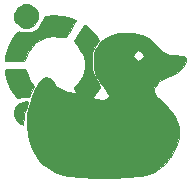
<source format=gbo>
%TF.GenerationSoftware,KiCad,Pcbnew,6.0.4-6f826c9f35~116~ubuntu18.04.1*%
%TF.CreationDate,2022-08-29T00:14:49+02:00*%
%TF.ProjectId,WS2815_D1Mini,57533238-3135-45f4-9431-4d696e692e6b,rev?*%
%TF.SameCoordinates,Original*%
%TF.FileFunction,Legend,Bot*%
%TF.FilePolarity,Positive*%
%FSLAX46Y46*%
G04 Gerber Fmt 4.6, Leading zero omitted, Abs format (unit mm)*
G04 Created by KiCad (PCBNEW 6.0.4-6f826c9f35~116~ubuntu18.04.1) date 2022-08-29 00:14:49*
%MOMM*%
%LPD*%
G01*
G04 APERTURE LIST*
%ADD10C,0.010000*%
G04 APERTURE END LIST*
%TO.C,LOGO2*%
G36*
X162763641Y-83736057D02*
G01*
X162851998Y-83778294D01*
X162910868Y-83841579D01*
X162960201Y-83926018D01*
X163000209Y-84131443D01*
X162932734Y-84361720D01*
X162754651Y-84632678D01*
X162663422Y-84738935D01*
X162305225Y-85050515D01*
X161854371Y-85320193D01*
X161335507Y-85532347D01*
X161193235Y-85582336D01*
X160841425Y-85752046D01*
X160584145Y-85964933D01*
X160398216Y-86238458D01*
X160371377Y-86293199D01*
X160292858Y-86519657D01*
X160291165Y-86725944D01*
X160374033Y-86933903D01*
X160549194Y-87165380D01*
X160824383Y-87442218D01*
X160931919Y-87543395D01*
X161292495Y-87893879D01*
X161572724Y-88189449D01*
X161788310Y-88448613D01*
X161954958Y-88689877D01*
X162088373Y-88931750D01*
X162135726Y-89030830D01*
X162301749Y-89451953D01*
X162394066Y-89856229D01*
X162410396Y-90261823D01*
X162348457Y-90686902D01*
X162205965Y-91149629D01*
X161980641Y-91668171D01*
X161670201Y-92260693D01*
X161646350Y-92301318D01*
X161459660Y-92552254D01*
X161196224Y-92834793D01*
X160883664Y-93121246D01*
X160549603Y-93383928D01*
X160466086Y-93442924D01*
X160271067Y-93565151D01*
X160079389Y-93651909D01*
X159847939Y-93720325D01*
X159533603Y-93787525D01*
X159492250Y-93795345D01*
X159172565Y-93845400D01*
X158779338Y-93893963D01*
X158358567Y-93935836D01*
X157956250Y-93965820D01*
X156843641Y-94014713D01*
X155325755Y-94021130D01*
X153892250Y-93952313D01*
X153858714Y-93949741D01*
X153362847Y-93907025D01*
X152963124Y-93858722D01*
X152630478Y-93796637D01*
X152335840Y-93712574D01*
X152050144Y-93598336D01*
X151744319Y-93445727D01*
X151389300Y-93246550D01*
X151219588Y-93146632D01*
X150970569Y-92986098D01*
X150781074Y-92834562D01*
X150615453Y-92661689D01*
X150438055Y-92437144D01*
X150349907Y-92316055D01*
X149997949Y-91734883D01*
X149743841Y-91118246D01*
X149579936Y-90443783D01*
X149498589Y-89689130D01*
X149485575Y-89390895D01*
X149486125Y-89124925D01*
X149507983Y-88891846D01*
X149556167Y-88641716D01*
X149635695Y-88324591D01*
X149704225Y-88068695D01*
X149877114Y-87464816D01*
X150039635Y-86966639D01*
X150197799Y-86559659D01*
X150357614Y-86229374D01*
X150525089Y-85961280D01*
X150706234Y-85740875D01*
X150720440Y-85726034D01*
X150911198Y-85579142D01*
X151112983Y-85540498D01*
X151363992Y-85602039D01*
X151387133Y-85611429D01*
X151554227Y-85707750D01*
X151717975Y-85839495D01*
X151842518Y-85974238D01*
X151892000Y-86079552D01*
X151922346Y-86168834D01*
X152058290Y-86310316D01*
X152286702Y-86460365D01*
X152589271Y-86607519D01*
X152947686Y-86740317D01*
X153093352Y-86785914D01*
X153370304Y-86861231D01*
X153545919Y-86884135D01*
X153631324Y-86852433D01*
X153637646Y-86763932D01*
X153576010Y-86616436D01*
X153471213Y-86413780D01*
X153765548Y-86099112D01*
X153900554Y-85938918D01*
X154087904Y-85672826D01*
X154230067Y-85421347D01*
X154237196Y-85406065D01*
X154321218Y-85203687D01*
X154370763Y-85013972D01*
X154394288Y-84790474D01*
X154400250Y-84486750D01*
X154400178Y-84442392D01*
X154392677Y-84153127D01*
X154366685Y-83937576D01*
X154313468Y-83748719D01*
X154224289Y-83539531D01*
X154126170Y-83354640D01*
X153948278Y-83074555D01*
X153763642Y-82830586D01*
X153478958Y-82497359D01*
X153900279Y-81793429D01*
X153925870Y-81750919D01*
X154088206Y-81492503D01*
X154231574Y-81282370D01*
X154341251Y-81141157D01*
X154402512Y-81089500D01*
X154466317Y-81117745D01*
X154603773Y-81222676D01*
X154783641Y-81384222D01*
X154983429Y-81580152D01*
X155180643Y-81788232D01*
X155352790Y-81986231D01*
X155477378Y-82151916D01*
X155653778Y-82420583D01*
X155449379Y-82653381D01*
X155319900Y-82811414D01*
X155154598Y-83075381D01*
X155049682Y-83361873D01*
X154994430Y-83704657D01*
X154978122Y-84137500D01*
X154979043Y-84257275D01*
X155010574Y-84721610D01*
X155097035Y-85124641D01*
X155252095Y-85514543D01*
X155489422Y-85939488D01*
X155719798Y-86312726D01*
X155606080Y-86510988D01*
X155561043Y-86584396D01*
X155428232Y-86777915D01*
X155279681Y-86973936D01*
X155197103Y-87079026D01*
X155103452Y-87206250D01*
X155067000Y-87268023D01*
X155068265Y-87272467D01*
X155139724Y-87310440D01*
X155293246Y-87354439D01*
X155490343Y-87396155D01*
X155692522Y-87427278D01*
X155861294Y-87439500D01*
X156016451Y-87427160D01*
X156243901Y-87356956D01*
X156402275Y-87239065D01*
X156463028Y-87090063D01*
X156453106Y-87061415D01*
X156383911Y-86943459D01*
X156263122Y-86764443D01*
X156107815Y-86550313D01*
X155915442Y-86290481D01*
X155721835Y-86016468D01*
X155580292Y-85792617D01*
X155475140Y-85591288D01*
X155390707Y-85384842D01*
X155311319Y-85145637D01*
X155203485Y-84669338D01*
X155164041Y-84155417D01*
X155198169Y-83693000D01*
X158496000Y-83693000D01*
X158496210Y-83700101D01*
X158544500Y-83837527D01*
X158651864Y-83981636D01*
X158660134Y-83989727D01*
X158805907Y-84094365D01*
X158940500Y-84137500D01*
X158947602Y-84137290D01*
X159085028Y-84089000D01*
X159229137Y-83981636D01*
X159237228Y-83973366D01*
X159341866Y-83827593D01*
X159385000Y-83693000D01*
X159384791Y-83685898D01*
X159336501Y-83548472D01*
X159229137Y-83404363D01*
X159220867Y-83396272D01*
X159075094Y-83291634D01*
X158940500Y-83248500D01*
X158933399Y-83248709D01*
X158795973Y-83296999D01*
X158651864Y-83404363D01*
X158643773Y-83412633D01*
X158539135Y-83558406D01*
X158496000Y-83693000D01*
X155198169Y-83693000D01*
X155200183Y-83665715D01*
X155311900Y-83239159D01*
X155499677Y-82875364D01*
X155822299Y-82489072D01*
X156235926Y-82172538D01*
X156726734Y-81935938D01*
X157280898Y-81789450D01*
X157613579Y-81758711D01*
X158021064Y-81758844D01*
X158454428Y-81786833D01*
X158865388Y-81839559D01*
X159205659Y-81913898D01*
X159343789Y-81966260D01*
X159616688Y-82112781D01*
X159905990Y-82307712D01*
X160169591Y-82521603D01*
X160365386Y-82725008D01*
X160486767Y-82863571D01*
X160756748Y-83116074D01*
X161064252Y-83355071D01*
X161359700Y-83539929D01*
X161535779Y-83604784D01*
X161812396Y-83652858D01*
X162196493Y-83681013D01*
X162390630Y-83690496D01*
X162421831Y-83693000D01*
X162618838Y-83708811D01*
X162763641Y-83736057D01*
G37*
D10*
X162763641Y-83736057D02*
X162851998Y-83778294D01*
X162910868Y-83841579D01*
X162960201Y-83926018D01*
X163000209Y-84131443D01*
X162932734Y-84361720D01*
X162754651Y-84632678D01*
X162663422Y-84738935D01*
X162305225Y-85050515D01*
X161854371Y-85320193D01*
X161335507Y-85532347D01*
X161193235Y-85582336D01*
X160841425Y-85752046D01*
X160584145Y-85964933D01*
X160398216Y-86238458D01*
X160371377Y-86293199D01*
X160292858Y-86519657D01*
X160291165Y-86725944D01*
X160374033Y-86933903D01*
X160549194Y-87165380D01*
X160824383Y-87442218D01*
X160931919Y-87543395D01*
X161292495Y-87893879D01*
X161572724Y-88189449D01*
X161788310Y-88448613D01*
X161954958Y-88689877D01*
X162088373Y-88931750D01*
X162135726Y-89030830D01*
X162301749Y-89451953D01*
X162394066Y-89856229D01*
X162410396Y-90261823D01*
X162348457Y-90686902D01*
X162205965Y-91149629D01*
X161980641Y-91668171D01*
X161670201Y-92260693D01*
X161646350Y-92301318D01*
X161459660Y-92552254D01*
X161196224Y-92834793D01*
X160883664Y-93121246D01*
X160549603Y-93383928D01*
X160466086Y-93442924D01*
X160271067Y-93565151D01*
X160079389Y-93651909D01*
X159847939Y-93720325D01*
X159533603Y-93787525D01*
X159492250Y-93795345D01*
X159172565Y-93845400D01*
X158779338Y-93893963D01*
X158358567Y-93935836D01*
X157956250Y-93965820D01*
X156843641Y-94014713D01*
X155325755Y-94021130D01*
X153892250Y-93952313D01*
X153858714Y-93949741D01*
X153362847Y-93907025D01*
X152963124Y-93858722D01*
X152630478Y-93796637D01*
X152335840Y-93712574D01*
X152050144Y-93598336D01*
X151744319Y-93445727D01*
X151389300Y-93246550D01*
X151219588Y-93146632D01*
X150970569Y-92986098D01*
X150781074Y-92834562D01*
X150615453Y-92661689D01*
X150438055Y-92437144D01*
X150349907Y-92316055D01*
X149997949Y-91734883D01*
X149743841Y-91118246D01*
X149579936Y-90443783D01*
X149498589Y-89689130D01*
X149485575Y-89390895D01*
X149486125Y-89124925D01*
X149507983Y-88891846D01*
X149556167Y-88641716D01*
X149635695Y-88324591D01*
X149704225Y-88068695D01*
X149877114Y-87464816D01*
X150039635Y-86966639D01*
X150197799Y-86559659D01*
X150357614Y-86229374D01*
X150525089Y-85961280D01*
X150706234Y-85740875D01*
X150720440Y-85726034D01*
X150911198Y-85579142D01*
X151112983Y-85540498D01*
X151363992Y-85602039D01*
X151387133Y-85611429D01*
X151554227Y-85707750D01*
X151717975Y-85839495D01*
X151842518Y-85974238D01*
X151892000Y-86079552D01*
X151922346Y-86168834D01*
X152058290Y-86310316D01*
X152286702Y-86460365D01*
X152589271Y-86607519D01*
X152947686Y-86740317D01*
X153093352Y-86785914D01*
X153370304Y-86861231D01*
X153545919Y-86884135D01*
X153631324Y-86852433D01*
X153637646Y-86763932D01*
X153576010Y-86616436D01*
X153471213Y-86413780D01*
X153765548Y-86099112D01*
X153900554Y-85938918D01*
X154087904Y-85672826D01*
X154230067Y-85421347D01*
X154237196Y-85406065D01*
X154321218Y-85203687D01*
X154370763Y-85013972D01*
X154394288Y-84790474D01*
X154400250Y-84486750D01*
X154400178Y-84442392D01*
X154392677Y-84153127D01*
X154366685Y-83937576D01*
X154313468Y-83748719D01*
X154224289Y-83539531D01*
X154126170Y-83354640D01*
X153948278Y-83074555D01*
X153763642Y-82830586D01*
X153478958Y-82497359D01*
X153900279Y-81793429D01*
X153925870Y-81750919D01*
X154088206Y-81492503D01*
X154231574Y-81282370D01*
X154341251Y-81141157D01*
X154402512Y-81089500D01*
X154466317Y-81117745D01*
X154603773Y-81222676D01*
X154783641Y-81384222D01*
X154983429Y-81580152D01*
X155180643Y-81788232D01*
X155352790Y-81986231D01*
X155477378Y-82151916D01*
X155653778Y-82420583D01*
X155449379Y-82653381D01*
X155319900Y-82811414D01*
X155154598Y-83075381D01*
X155049682Y-83361873D01*
X154994430Y-83704657D01*
X154978122Y-84137500D01*
X154979043Y-84257275D01*
X155010574Y-84721610D01*
X155097035Y-85124641D01*
X155252095Y-85514543D01*
X155489422Y-85939488D01*
X155719798Y-86312726D01*
X155606080Y-86510988D01*
X155561043Y-86584396D01*
X155428232Y-86777915D01*
X155279681Y-86973936D01*
X155197103Y-87079026D01*
X155103452Y-87206250D01*
X155067000Y-87268023D01*
X155068265Y-87272467D01*
X155139724Y-87310440D01*
X155293246Y-87354439D01*
X155490343Y-87396155D01*
X155692522Y-87427278D01*
X155861294Y-87439500D01*
X156016451Y-87427160D01*
X156243901Y-87356956D01*
X156402275Y-87239065D01*
X156463028Y-87090063D01*
X156453106Y-87061415D01*
X156383911Y-86943459D01*
X156263122Y-86764443D01*
X156107815Y-86550313D01*
X155915442Y-86290481D01*
X155721835Y-86016468D01*
X155580292Y-85792617D01*
X155475140Y-85591288D01*
X155390707Y-85384842D01*
X155311319Y-85145637D01*
X155203485Y-84669338D01*
X155164041Y-84155417D01*
X155198169Y-83693000D01*
X158496000Y-83693000D01*
X158496210Y-83700101D01*
X158544500Y-83837527D01*
X158651864Y-83981636D01*
X158660134Y-83989727D01*
X158805907Y-84094365D01*
X158940500Y-84137500D01*
X158947602Y-84137290D01*
X159085028Y-84089000D01*
X159229137Y-83981636D01*
X159237228Y-83973366D01*
X159341866Y-83827593D01*
X159385000Y-83693000D01*
X159384791Y-83685898D01*
X159336501Y-83548472D01*
X159229137Y-83404363D01*
X159220867Y-83396272D01*
X159075094Y-83291634D01*
X158940500Y-83248500D01*
X158933399Y-83248709D01*
X158795973Y-83296999D01*
X158651864Y-83404363D01*
X158643773Y-83412633D01*
X158539135Y-83558406D01*
X158496000Y-83693000D01*
X155198169Y-83693000D01*
X155200183Y-83665715D01*
X155311900Y-83239159D01*
X155499677Y-82875364D01*
X155822299Y-82489072D01*
X156235926Y-82172538D01*
X156726734Y-81935938D01*
X157280898Y-81789450D01*
X157613579Y-81758711D01*
X158021064Y-81758844D01*
X158454428Y-81786833D01*
X158865388Y-81839559D01*
X159205659Y-81913898D01*
X159343789Y-81966260D01*
X159616688Y-82112781D01*
X159905990Y-82307712D01*
X160169591Y-82521603D01*
X160365386Y-82725008D01*
X160486767Y-82863571D01*
X160756748Y-83116074D01*
X161064252Y-83355071D01*
X161359700Y-83539929D01*
X161535779Y-83604784D01*
X161812396Y-83652858D01*
X162196493Y-83681013D01*
X162390630Y-83690496D01*
X162421831Y-83693000D01*
X162618838Y-83708811D01*
X162763641Y-83736057D01*
G36*
X149564012Y-87586342D02*
G01*
X149641751Y-87634432D01*
X149616619Y-87708281D01*
X149584840Y-87749863D01*
X149542500Y-87883273D01*
X149539877Y-87909250D01*
X149497901Y-88048696D01*
X149420977Y-88222507D01*
X149361508Y-88379642D01*
X149297423Y-88661951D01*
X149254717Y-88997934D01*
X149245585Y-89095692D01*
X149215943Y-89320314D01*
X149182480Y-89476469D01*
X149150837Y-89535000D01*
X149084190Y-89523293D01*
X148914941Y-89442583D01*
X148736671Y-89312184D01*
X148597227Y-89164148D01*
X148544512Y-89081266D01*
X148436808Y-88776912D01*
X148433680Y-88460417D01*
X148524451Y-88157454D01*
X148698442Y-87893697D01*
X148944975Y-87694820D01*
X149253373Y-87586497D01*
X149406235Y-87571668D01*
X149564012Y-87586342D01*
G37*
X149564012Y-87586342D02*
X149641751Y-87634432D01*
X149616619Y-87708281D01*
X149584840Y-87749863D01*
X149542500Y-87883273D01*
X149539877Y-87909250D01*
X149497901Y-88048696D01*
X149420977Y-88222507D01*
X149361508Y-88379642D01*
X149297423Y-88661951D01*
X149254717Y-88997934D01*
X149245585Y-89095692D01*
X149215943Y-89320314D01*
X149182480Y-89476469D01*
X149150837Y-89535000D01*
X149084190Y-89523293D01*
X148914941Y-89442583D01*
X148736671Y-89312184D01*
X148597227Y-89164148D01*
X148544512Y-89081266D01*
X148436808Y-88776912D01*
X148433680Y-88460417D01*
X148524451Y-88157454D01*
X148698442Y-87893697D01*
X148944975Y-87694820D01*
X149253373Y-87586497D01*
X149406235Y-87571668D01*
X149564012Y-87586342D01*
G36*
X149490701Y-85192175D02*
G01*
X149559670Y-85368366D01*
X149707384Y-85660565D01*
X149870219Y-85913484D01*
X150122547Y-86246868D01*
X149710049Y-87185500D01*
X149356400Y-87186472D01*
X149212689Y-87191630D01*
X149021695Y-87214400D01*
X148907500Y-87249000D01*
X148870686Y-87271820D01*
X148792132Y-87300717D01*
X148716348Y-87274140D01*
X148616958Y-87176756D01*
X148467584Y-86993228D01*
X148409558Y-86916823D01*
X148202468Y-86596742D01*
X148012093Y-86234633D01*
X147850005Y-85859460D01*
X147727780Y-85500188D01*
X147656991Y-85185780D01*
X147649211Y-84945201D01*
X147650850Y-84934120D01*
X147665970Y-84880520D01*
X147705346Y-84844156D01*
X147789527Y-84821687D01*
X147939061Y-84809773D01*
X148174496Y-84805074D01*
X148516382Y-84804250D01*
X149363513Y-84804250D01*
X149490701Y-85192175D01*
G37*
X149490701Y-85192175D02*
X149559670Y-85368366D01*
X149707384Y-85660565D01*
X149870219Y-85913484D01*
X150122547Y-86246868D01*
X149710049Y-87185500D01*
X149356400Y-87186472D01*
X149212689Y-87191630D01*
X149021695Y-87214400D01*
X148907500Y-87249000D01*
X148870686Y-87271820D01*
X148792132Y-87300717D01*
X148716348Y-87274140D01*
X148616958Y-87176756D01*
X148467584Y-86993228D01*
X148409558Y-86916823D01*
X148202468Y-86596742D01*
X148012093Y-86234633D01*
X147850005Y-85859460D01*
X147727780Y-85500188D01*
X147656991Y-85185780D01*
X147649211Y-84945201D01*
X147650850Y-84934120D01*
X147665970Y-84880520D01*
X147705346Y-84844156D01*
X147789527Y-84821687D01*
X147939061Y-84809773D01*
X148174496Y-84805074D01*
X148516382Y-84804250D01*
X149363513Y-84804250D01*
X149490701Y-85192175D01*
G36*
X151930473Y-80288559D02*
G01*
X152248771Y-80313535D01*
X152583585Y-80358190D01*
X152911046Y-80417773D01*
X153207286Y-80487537D01*
X153448438Y-80562732D01*
X153610632Y-80638608D01*
X153670000Y-80710418D01*
X153669181Y-80715006D01*
X153628914Y-80801200D01*
X153536938Y-80970249D01*
X153405600Y-81200018D01*
X153247246Y-81468371D01*
X153205786Y-81537622D01*
X153044165Y-81804730D01*
X152929113Y-81982460D01*
X152845305Y-82087042D01*
X152777419Y-82134709D01*
X152710132Y-82141691D01*
X152628121Y-82124223D01*
X152560358Y-82111822D01*
X152359214Y-82092255D01*
X152091626Y-82078772D01*
X151796750Y-82073750D01*
X151617782Y-82074790D01*
X151356457Y-82085125D01*
X151159616Y-82112280D01*
X150986528Y-82163228D01*
X150796458Y-82244938D01*
X150579990Y-82357121D01*
X150209570Y-82618580D01*
X149898256Y-82950271D01*
X149630093Y-83370950D01*
X149389126Y-83899375D01*
X149294981Y-84137500D01*
X147620238Y-84137500D01*
X147661171Y-83835875D01*
X147661274Y-83835115D01*
X147781139Y-83310500D01*
X147991221Y-82766563D01*
X148271452Y-82246844D01*
X148601768Y-81794884D01*
X148601870Y-81794766D01*
X148723257Y-81670780D01*
X148819918Y-81632465D01*
X148939276Y-81661009D01*
X148954407Y-81666505D01*
X149207887Y-81714890D01*
X149518554Y-81718876D01*
X149829994Y-81681233D01*
X150085794Y-81604730D01*
X150266067Y-81499059D01*
X150528727Y-81262566D01*
X150741908Y-80974311D01*
X150869220Y-80677369D01*
X150880011Y-80635293D01*
X150924278Y-80501888D01*
X150989641Y-80415345D01*
X151102471Y-80361353D01*
X151289137Y-80325600D01*
X151576008Y-80293774D01*
X151652559Y-80288010D01*
X151930473Y-80288559D01*
G37*
X151930473Y-80288559D02*
X152248771Y-80313535D01*
X152583585Y-80358190D01*
X152911046Y-80417773D01*
X153207286Y-80487537D01*
X153448438Y-80562732D01*
X153610632Y-80638608D01*
X153670000Y-80710418D01*
X153669181Y-80715006D01*
X153628914Y-80801200D01*
X153536938Y-80970249D01*
X153405600Y-81200018D01*
X153247246Y-81468371D01*
X153205786Y-81537622D01*
X153044165Y-81804730D01*
X152929113Y-81982460D01*
X152845305Y-82087042D01*
X152777419Y-82134709D01*
X152710132Y-82141691D01*
X152628121Y-82124223D01*
X152560358Y-82111822D01*
X152359214Y-82092255D01*
X152091626Y-82078772D01*
X151796750Y-82073750D01*
X151617782Y-82074790D01*
X151356457Y-82085125D01*
X151159616Y-82112280D01*
X150986528Y-82163228D01*
X150796458Y-82244938D01*
X150579990Y-82357121D01*
X150209570Y-82618580D01*
X149898256Y-82950271D01*
X149630093Y-83370950D01*
X149389126Y-83899375D01*
X149294981Y-84137500D01*
X147620238Y-84137500D01*
X147661171Y-83835875D01*
X147661274Y-83835115D01*
X147781139Y-83310500D01*
X147991221Y-82766563D01*
X148271452Y-82246844D01*
X148601768Y-81794884D01*
X148601870Y-81794766D01*
X148723257Y-81670780D01*
X148819918Y-81632465D01*
X148939276Y-81661009D01*
X148954407Y-81666505D01*
X149207887Y-81714890D01*
X149518554Y-81718876D01*
X149829994Y-81681233D01*
X150085794Y-81604730D01*
X150266067Y-81499059D01*
X150528727Y-81262566D01*
X150741908Y-80974311D01*
X150869220Y-80677369D01*
X150880011Y-80635293D01*
X150924278Y-80501888D01*
X150989641Y-80415345D01*
X151102471Y-80361353D01*
X151289137Y-80325600D01*
X151576008Y-80293774D01*
X151652559Y-80288010D01*
X151930473Y-80288559D01*
G36*
X149916834Y-79457207D02*
G01*
X150202408Y-79693288D01*
X150245851Y-79742218D01*
X150365253Y-79903218D01*
X150419004Y-80057881D01*
X150431500Y-80267336D01*
X150413136Y-80486305D01*
X150298917Y-80823122D01*
X150089684Y-81090892D01*
X149796468Y-81272160D01*
X149561879Y-81335060D01*
X149222169Y-81324302D01*
X148904390Y-81198190D01*
X148631841Y-80962911D01*
X148530213Y-80817647D01*
X148422394Y-80513078D01*
X148429182Y-80195292D01*
X148548226Y-79886225D01*
X148777171Y-79607811D01*
X148965996Y-79466929D01*
X149282146Y-79343039D01*
X149604586Y-79340127D01*
X149916834Y-79457207D01*
G37*
X149916834Y-79457207D02*
X150202408Y-79693288D01*
X150245851Y-79742218D01*
X150365253Y-79903218D01*
X150419004Y-80057881D01*
X150431500Y-80267336D01*
X150413136Y-80486305D01*
X150298917Y-80823122D01*
X150089684Y-81090892D01*
X149796468Y-81272160D01*
X149561879Y-81335060D01*
X149222169Y-81324302D01*
X148904390Y-81198190D01*
X148631841Y-80962911D01*
X148530213Y-80817647D01*
X148422394Y-80513078D01*
X148429182Y-80195292D01*
X148548226Y-79886225D01*
X148777171Y-79607811D01*
X148965996Y-79466929D01*
X149282146Y-79343039D01*
X149604586Y-79340127D01*
X149916834Y-79457207D01*
%TD*%
M02*

</source>
